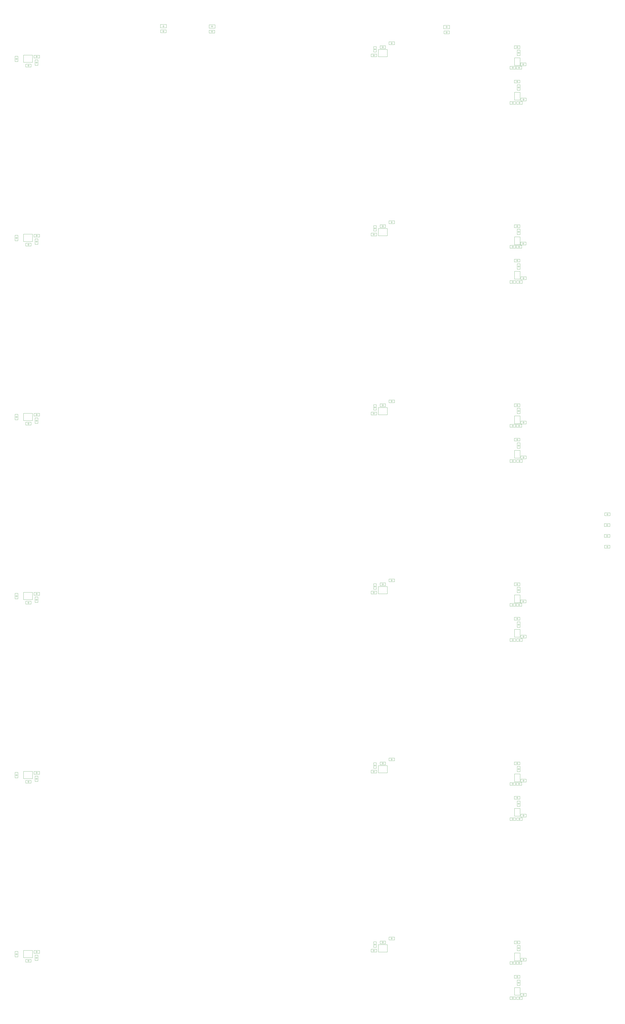
<source format=gbr>
%TF.GenerationSoftware,Altium Limited,Altium Designer,22.9.1 (49)*%
G04 Layer_Color=32768*
%FSLAX45Y45*%
%MOMM*%
%TF.SameCoordinates,19B3199C-24C9-4E42-A554-521A99F5088D*%
%TF.FilePolarity,Positive*%
%TF.FileFunction,Other,Mechanical_15*%
%TF.Part,Single*%
G01*
G75*
%TA.AperFunction,NonConductor*%
%ADD36C,0.10000*%
%ADD37C,0.05000*%
D36*
X23492461Y48193961D02*
Y48326041D01*
X23751540Y48193961D02*
Y48326041D01*
X23492461D02*
X23751540D01*
X23492461Y48193961D02*
X23751540D01*
X23574500Y48260001D02*
X23669501D01*
X23622000Y48212500D02*
Y48307501D01*
X23620799Y48464001D02*
Y48564001D01*
X23570799Y48514001D02*
X23670799D01*
X23480800Y48434000D02*
X23760800D01*
X23480800Y48594000D02*
X23760800D01*
Y48434000D02*
Y48594000D01*
X23480800Y48434000D02*
Y48594000D01*
X27358340Y3045460D02*
Y3177540D01*
X27099261Y3045460D02*
Y3177540D01*
Y3045460D02*
X27358340D01*
X27099261Y3177540D02*
X27358340D01*
X27181299Y3111500D02*
X27276300D01*
X27228799Y3064000D02*
Y3159000D01*
X27358340Y4696460D02*
Y4828540D01*
X27099261Y4696460D02*
Y4828540D01*
Y4696460D02*
X27358340D01*
X27099261Y4828540D02*
X27358340D01*
X27181299Y4762500D02*
X27276300D01*
X27228799Y4715000D02*
Y4810000D01*
X27358340Y11452860D02*
Y11584940D01*
X27099261Y11452860D02*
Y11584940D01*
Y11452860D02*
X27358340D01*
X27099261Y11584940D02*
X27358340D01*
X27181299Y11518900D02*
X27276300D01*
X27228799Y11471400D02*
Y11566400D01*
X27358340Y13091161D02*
Y13223241D01*
X27099261Y13091161D02*
Y13223241D01*
Y13091161D02*
X27358340D01*
X27099261Y13223241D02*
X27358340D01*
X27181299Y13157201D02*
X27276300D01*
X27228799Y13109700D02*
Y13204700D01*
X27345639Y21498560D02*
Y21630640D01*
X27086560Y21498560D02*
Y21630640D01*
Y21498560D02*
X27345639D01*
X27086560Y21630640D02*
X27345639D01*
X27168600Y21564600D02*
X27263599D01*
X27216101Y21517101D02*
Y21612100D01*
X27345639Y38287961D02*
Y38420041D01*
X27086560Y38287961D02*
Y38420041D01*
Y38287961D02*
X27345639D01*
X27086560Y38420041D02*
X27345639D01*
X27168600Y38354001D02*
X27263599D01*
X27216101Y38306500D02*
Y38401501D01*
X27358340Y36662360D02*
Y36794440D01*
X27099261Y36662360D02*
Y36794440D01*
Y36662360D02*
X27358340D01*
X27099261Y36794440D02*
X27358340D01*
X27181299Y36728400D02*
X27276300D01*
X27228799Y36680899D02*
Y36775900D01*
X27358340Y45044360D02*
Y45176440D01*
X27099261Y45044360D02*
Y45176440D01*
Y45044360D02*
X27358340D01*
X27099261Y45176440D02*
X27358340D01*
X27181299Y45110400D02*
X27276300D01*
X27228799Y45062900D02*
Y45157901D01*
X27345639Y46695361D02*
Y46827441D01*
X27086560Y46695361D02*
Y46827441D01*
Y46695361D02*
X27345639D01*
X27086560Y46827441D02*
X27345639D01*
X27168600Y46761401D02*
X27263599D01*
X27216101Y46713901D02*
Y46808899D01*
X27358340Y19847560D02*
Y19979640D01*
X27099261Y19847560D02*
Y19979640D01*
Y19847560D02*
X27358340D01*
X27099261Y19979640D02*
X27358340D01*
X27181299Y19913600D02*
X27276300D01*
X27228799Y19866100D02*
Y19961099D01*
X27358340Y28254959D02*
Y28387039D01*
X27099261Y28254959D02*
Y28387039D01*
Y28254959D02*
X27358340D01*
X27099261Y28387039D02*
X27358340D01*
X27181299Y28320999D02*
X27276300D01*
X27228799Y28273499D02*
Y28368500D01*
X27358340Y29893259D02*
Y30025339D01*
X27099261Y29893259D02*
Y30025339D01*
Y29893259D02*
X27358340D01*
X27099261Y30025339D02*
X27358340D01*
X27181299Y29959299D02*
X27276300D01*
X27228799Y29911801D02*
Y30006799D01*
X10326300Y48502100D02*
Y48602100D01*
X10276300Y48552100D02*
X10376300D01*
X10186300Y48472101D02*
X10466300D01*
X10186300Y48632101D02*
X10466300D01*
Y48472101D02*
Y48632101D01*
X10186300Y48472101D02*
Y48632101D01*
X10325100Y48263300D02*
Y48358301D01*
X10277600Y48310800D02*
X10372600D01*
X10195560Y48244760D02*
X10454640D01*
X10195560Y48376840D02*
X10454640D01*
Y48244760D02*
Y48376840D01*
X10195560Y48244760D02*
Y48376840D01*
X12604600Y48250601D02*
Y48345599D01*
X12557100Y48298099D02*
X12652100D01*
X12475060Y48232059D02*
X12734140D01*
X12475060Y48364139D02*
X12734140D01*
Y48232059D02*
Y48364139D01*
X12475060Y48232059D02*
Y48364139D01*
X12611100Y48489401D02*
Y48589401D01*
X12561100Y48539401D02*
X12661100D01*
X12471100Y48459399D02*
X12751100D01*
X12471100Y48619400D02*
X12751100D01*
Y48459399D02*
Y48619400D01*
X12471100Y48459399D02*
Y48619400D01*
X26930200Y3908700D02*
Y4003700D01*
X26882700Y3956200D02*
X26977701D01*
X26800659Y4022240D02*
X27059741D01*
X26800659Y3890160D02*
X27059741D01*
X26800659D02*
Y4022240D01*
X27059741Y3890160D02*
Y4022240D01*
X26597461Y36486996D02*
Y36619077D01*
X26856540Y36486996D02*
Y36619077D01*
X26597461D02*
X26856540D01*
X26597461Y36486996D02*
X26856540D01*
X26679501Y36553036D02*
X26774500D01*
X26726999Y36505536D02*
Y36600537D01*
X4381500Y47077271D02*
Y47172269D01*
X4334000Y47124771D02*
X4429000D01*
X4251960Y47190811D02*
X4511040D01*
X4251960Y47058731D02*
X4511040D01*
X4251960D02*
Y47190811D01*
X4511040Y47058731D02*
Y47190811D01*
X20205701Y47134271D02*
Y47229269D01*
X20158200Y47181769D02*
X20253200D01*
X20076160Y47115729D02*
X20335240D01*
X20076160Y47247809D02*
X20335240D01*
Y47115729D02*
Y47247809D01*
X20076160Y47115729D02*
Y47247809D01*
X4381500Y38677237D02*
Y38772235D01*
X4334000Y38724734D02*
X4429000D01*
X4251960Y38790775D02*
X4511040D01*
X4251960Y38658698D02*
X4511040D01*
X4251960D02*
Y38790775D01*
X4511040Y38658698D02*
Y38790775D01*
X20205701Y38734235D02*
Y38829236D01*
X20158200Y38781735D02*
X20253200D01*
X20076160Y38715695D02*
X20335240D01*
X20076160Y38847775D02*
X20335240D01*
Y38715695D02*
Y38847775D01*
X20076160Y38715695D02*
Y38847775D01*
X4381500Y30277203D02*
Y30372202D01*
X4334000Y30324701D02*
X4429000D01*
X4251960Y30390741D02*
X4511040D01*
X4251960Y30258661D02*
X4511040D01*
X4251960D02*
Y30390741D01*
X4511040Y30258661D02*
Y30390741D01*
X20205701Y30334201D02*
Y30429202D01*
X20158200Y30381702D02*
X20253200D01*
X20076160Y30315662D02*
X20335240D01*
X20076160Y30447742D02*
X20335240D01*
Y30315662D02*
Y30447742D01*
X20076160Y30315662D02*
Y30447742D01*
X4381500Y21877168D02*
Y21972168D01*
X4334000Y21924667D02*
X4429000D01*
X4251960Y21990707D02*
X4511040D01*
X4251960Y21858627D02*
X4511040D01*
X4251960D02*
Y21990707D01*
X4511040Y21858627D02*
Y21990707D01*
X20205701Y21934167D02*
Y22029169D01*
X20158200Y21981668D02*
X20253200D01*
X20076160Y21915628D02*
X20335240D01*
X20076160Y22047708D02*
X20335240D01*
Y21915628D02*
Y22047708D01*
X20076160Y21915628D02*
Y22047708D01*
X4381500Y13477135D02*
Y13572134D01*
X4334000Y13524634D02*
X4429000D01*
X4251960Y13590674D02*
X4511040D01*
X4251960Y13458594D02*
X4511040D01*
X4251960D02*
Y13590674D01*
X4511040Y13458594D02*
Y13590674D01*
X20205701Y13534134D02*
Y13629134D01*
X20158200Y13581635D02*
X20253200D01*
X20076160Y13515594D02*
X20335240D01*
X20076160Y13647675D02*
X20335240D01*
Y13515594D02*
Y13647675D01*
X20076160Y13515594D02*
Y13647675D01*
X4321300Y4845200D02*
X4416300D01*
X4368800Y4797700D02*
Y4892700D01*
X4434840Y4715660D02*
Y4974740D01*
X4302760Y4715660D02*
Y4974740D01*
X4434840D01*
X4302760Y4715660D02*
X4434840D01*
X3987800Y4658000D02*
Y4753000D01*
X3940300Y4705500D02*
X4035300D01*
X3858260Y4771540D02*
X4117340D01*
X3858260Y4639460D02*
X4117340D01*
X3858260D02*
Y4771540D01*
X4117340Y4639460D02*
Y4771540D01*
X3381500Y5016500D02*
X3476500D01*
X3429000Y4969000D02*
Y5064000D01*
X3362960Y4886960D02*
Y5146040D01*
X3495040Y4886960D02*
Y5146040D01*
X3362960Y4886960D02*
X3495040D01*
X3362960Y5146040D02*
X3495040D01*
X4381500Y5077100D02*
Y5172100D01*
X4334000Y5124600D02*
X4429000D01*
X4251960Y5190640D02*
X4511040D01*
X4251960Y5058560D02*
X4511040D01*
X4251960D02*
Y5190640D01*
X4511040Y5058560D02*
Y5190640D01*
X20205701Y5134100D02*
Y5229100D01*
X20158200Y5181600D02*
X20253200D01*
X20076160Y5115560D02*
X20335240D01*
X20076160Y5247640D02*
X20335240D01*
Y5115560D02*
Y5247640D01*
X20076160Y5115560D02*
Y5247640D01*
X26952701Y5302400D02*
X27047702D01*
X27000201Y5254900D02*
Y5349900D01*
X26934161Y5172860D02*
Y5431940D01*
X27066241Y5172860D02*
Y5431940D01*
X26934161Y5172860D02*
X27066241D01*
X26934161Y5431940D02*
X27066241D01*
X26952701Y3676800D02*
X27047702D01*
X27000201Y3629300D02*
Y3724300D01*
X26934161Y3547260D02*
Y3806340D01*
X27066241Y3547260D02*
Y3806340D01*
X26934161Y3547260D02*
X27066241D01*
X26934161Y3806340D02*
X27066241D01*
X26930200Y5521600D02*
Y5616600D01*
X26882700Y5569100D02*
X26977701D01*
X26800659Y5635140D02*
X27059741D01*
X26800659Y5503060D02*
X27059741D01*
X26800659D02*
Y5635140D01*
X27059741Y5503060D02*
Y5635140D01*
X26726999Y4556400D02*
Y4651400D01*
X26679501Y4603900D02*
X26774500D01*
X26597461Y4537860D02*
X26856540D01*
X26597461Y4669940D02*
X26856540D01*
Y4537860D02*
Y4669940D01*
X26597461Y4537860D02*
Y4669940D01*
X27019400Y4556400D02*
Y4651400D01*
X26971899Y4603900D02*
X27066901D01*
X26889859Y4537860D02*
X27148941D01*
X26889859Y4669940D02*
X27148941D01*
Y4537860D02*
Y4669940D01*
X26889859Y4537860D02*
Y4669940D01*
X26726999Y2905400D02*
Y3000400D01*
X26679501Y2952900D02*
X26774500D01*
X26597461Y2886860D02*
X26856540D01*
X26597461Y3018940D02*
X26856540D01*
Y2886860D02*
Y3018940D01*
X26597461Y2886860D02*
Y3018940D01*
X27038300Y2905400D02*
Y3000400D01*
X26990799Y2952900D02*
X27085800D01*
X26908759Y2886860D02*
X27167841D01*
X26908759Y3018940D02*
X27167841D01*
Y2886860D02*
Y3018940D01*
X26908759Y2886860D02*
Y3018940D01*
X20624802Y5521600D02*
Y5616600D01*
X20577299Y5569100D02*
X20672301D01*
X20495261Y5503060D02*
X20754340D01*
X20495261Y5635140D02*
X20754340D01*
Y5503060D02*
Y5635140D01*
X20495261Y5503060D02*
Y5635140D01*
X20209000Y5467500D02*
X20304001D01*
X20256500Y5420000D02*
Y5515000D01*
X20190460Y5337960D02*
Y5597040D01*
X20322540Y5337960D02*
Y5597040D01*
X20190460Y5337960D02*
X20322540D01*
X20190460Y5597040D02*
X20322540D01*
X21043900Y5705600D02*
Y5800600D01*
X20996400Y5753100D02*
X21091400D01*
X20914360Y5819140D02*
X21173441D01*
X20914360Y5687060D02*
X21173441D01*
X20914360D02*
Y5819140D01*
X21173441Y5687060D02*
Y5819140D01*
X3381500Y47016669D02*
X3476500D01*
X3429000Y46969171D02*
Y47064169D01*
X3362960Y46887131D02*
Y47146210D01*
X3495040Y46887131D02*
Y47146210D01*
X3362960Y46887131D02*
X3495040D01*
X3362960Y47146210D02*
X3495040D01*
X4321300Y46845370D02*
X4416300D01*
X4368800Y46797870D02*
Y46892871D01*
X4434840Y46715829D02*
Y46974911D01*
X4302760Y46715829D02*
Y46974911D01*
X4434840D01*
X4302760Y46715829D02*
X4434840D01*
X21043900Y47705771D02*
Y47800769D01*
X20996400Y47753271D02*
X21091400D01*
X20914360Y47819312D02*
X21173441D01*
X20914360Y47687231D02*
X21173441D01*
X20914360D02*
Y47819312D01*
X21173441Y47687231D02*
Y47819312D01*
X20209000Y47467670D02*
X20304001D01*
X20256500Y47420169D02*
Y47515170D01*
X20190460Y47338129D02*
Y47597211D01*
X20322540Y47338129D02*
Y47597211D01*
X20190460Y47338129D02*
X20322540D01*
X20190460Y47597211D02*
X20322540D01*
X3987800Y46658170D02*
Y46753171D01*
X3940300Y46705670D02*
X4035300D01*
X3858260Y46771710D02*
X4117340D01*
X3858260Y46639630D02*
X4117340D01*
X3858260D02*
Y46771710D01*
X4117340Y46639630D02*
Y46771710D01*
X20624802Y47521771D02*
Y47616769D01*
X20577299Y47569269D02*
X20672301D01*
X20495261Y47503229D02*
X20754340D01*
X20495261Y47635309D02*
X20754340D01*
Y47503229D02*
Y47635309D01*
X20495261Y47503229D02*
Y47635309D01*
X27038300Y44905569D02*
Y45000571D01*
X26990799Y44953070D02*
X27085800D01*
X26908759Y44887030D02*
X27167841D01*
X26908759Y45019110D02*
X27167841D01*
Y44887030D02*
Y45019110D01*
X26908759Y44887030D02*
Y45019110D01*
X26726999Y44905569D02*
Y45000571D01*
X26679501Y44953070D02*
X26774500D01*
X26597461Y44887030D02*
X26856540D01*
X26597461Y45019110D02*
X26856540D01*
Y44887030D02*
Y45019110D01*
X26597461Y44887030D02*
Y45019110D01*
X27019400Y46556570D02*
Y46651569D01*
X26971899Y46604071D02*
X27066901D01*
X26889859Y46538031D02*
X27148941D01*
X26889859Y46670111D02*
X27148941D01*
Y46538031D02*
Y46670111D01*
X26889859Y46538031D02*
Y46670111D01*
X26726999Y46556570D02*
Y46651569D01*
X26679501Y46604071D02*
X26774500D01*
X26597461Y46538031D02*
X26856540D01*
X26597461Y46670111D02*
X26856540D01*
Y46538031D02*
Y46670111D01*
X26597461Y46538031D02*
Y46670111D01*
X26930200Y45908871D02*
Y46003870D01*
X26882700Y45956369D02*
X26977701D01*
X26800659Y46022409D02*
X27059741D01*
X26800659Y45890329D02*
X27059741D01*
X26800659D02*
Y46022409D01*
X27059741Y45890329D02*
Y46022409D01*
X26930200Y47521771D02*
Y47616769D01*
X26882700Y47569269D02*
X26977701D01*
X26800659Y47635309D02*
X27059741D01*
X26800659Y47503229D02*
X27059741D01*
X26800659D02*
Y47635309D01*
X27059741Y47503229D02*
Y47635309D01*
X26952701Y45676971D02*
X27047702D01*
X27000201Y45629471D02*
Y45724469D01*
X26934161Y45547430D02*
Y45806509D01*
X27066241Y45547430D02*
Y45806509D01*
X26934161Y45547430D02*
X27066241D01*
X26934161Y45806509D02*
X27066241D01*
X26952701Y47302570D02*
X27047702D01*
X27000201Y47255069D02*
Y47350070D01*
X26934161Y47173029D02*
Y47432111D01*
X27066241Y47173029D02*
Y47432111D01*
X26934161Y47173029D02*
X27066241D01*
X26934161Y47432111D02*
X27066241D01*
X3381500Y21816568D02*
X3476500D01*
X3429000Y21769067D02*
Y21864069D01*
X3362960Y21687029D02*
Y21946107D01*
X3495040Y21687029D02*
Y21946107D01*
X3362960Y21687029D02*
X3495040D01*
X3362960Y21946107D02*
X3495040D01*
X4321300Y21645268D02*
X4416300D01*
X4368800Y21597768D02*
Y21692767D01*
X4434840Y21515729D02*
Y21774808D01*
X4302760Y21515729D02*
Y21774808D01*
X4434840D01*
X4302760Y21515729D02*
X4434840D01*
X21043900Y22505669D02*
Y22600668D01*
X20996400Y22553168D02*
X21091400D01*
X20914360Y22619208D02*
X21173441D01*
X20914360Y22487128D02*
X21173441D01*
X20914360D02*
Y22619208D01*
X21173441Y22487128D02*
Y22619208D01*
X20209000Y22267567D02*
X20304001D01*
X20256500Y22220068D02*
Y22315068D01*
X20190460Y22138028D02*
Y22397108D01*
X20322540Y22138028D02*
Y22397108D01*
X20190460Y22138028D02*
X20322540D01*
X20190460Y22397108D02*
X20322540D01*
X3987800Y21458067D02*
Y21553069D01*
X3940300Y21505568D02*
X4035300D01*
X3858260Y21571608D02*
X4117340D01*
X3858260Y21439528D02*
X4117340D01*
X3858260D02*
Y21571608D01*
X4117340Y21439528D02*
Y21571608D01*
X20624802Y22321667D02*
Y22416669D01*
X20577299Y22369168D02*
X20672301D01*
X20495261Y22303128D02*
X20754340D01*
X20495261Y22435208D02*
X20754340D01*
Y22303128D02*
Y22435208D01*
X20495261Y22303128D02*
Y22435208D01*
X27038300Y19705469D02*
Y19800468D01*
X26990799Y19752968D02*
X27085800D01*
X26908759Y19686928D02*
X27167841D01*
X26908759Y19819008D02*
X27167841D01*
Y19686928D02*
Y19819008D01*
X26908759Y19686928D02*
Y19819008D01*
X26726999Y19705469D02*
Y19800468D01*
X26679501Y19752968D02*
X26774500D01*
X26597461Y19686928D02*
X26856540D01*
X26597461Y19819008D02*
X26856540D01*
Y19686928D02*
Y19819008D01*
X26597461Y19686928D02*
Y19819008D01*
X27019400Y21356468D02*
Y21451468D01*
X26971899Y21403967D02*
X27066901D01*
X26889859Y21337927D02*
X27148941D01*
X26889859Y21470007D02*
X27148941D01*
Y21337927D02*
Y21470007D01*
X26889859Y21337927D02*
Y21470007D01*
X26726999Y21356468D02*
Y21451468D01*
X26679501Y21403967D02*
X26774500D01*
X26597461Y21337927D02*
X26856540D01*
X26597461Y21470007D02*
X26856540D01*
Y21337927D02*
Y21470007D01*
X26597461Y21337927D02*
Y21470007D01*
X26930200Y20708768D02*
Y20803767D01*
X26882700Y20756268D02*
X26977701D01*
X26800659Y20822308D02*
X27059741D01*
X26800659Y20690228D02*
X27059741D01*
X26800659D02*
Y20822308D01*
X27059741Y20690228D02*
Y20822308D01*
X26930200Y22321667D02*
Y22416669D01*
X26882700Y22369168D02*
X26977701D01*
X26800659Y22435208D02*
X27059741D01*
X26800659Y22303128D02*
X27059741D01*
X26800659D02*
Y22435208D01*
X27059741Y22303128D02*
Y22435208D01*
X26952701Y20476868D02*
X27047702D01*
X27000201Y20429369D02*
Y20524368D01*
X26934161Y20347328D02*
Y20606409D01*
X27066241Y20347328D02*
Y20606409D01*
X26934161Y20347328D02*
X27066241D01*
X26934161Y20606409D02*
X27066241D01*
X26952701Y22102467D02*
X27047702D01*
X27000201Y22054968D02*
Y22149968D01*
X26934161Y21972928D02*
Y22232008D01*
X27066241Y21972928D02*
Y22232008D01*
X26934161Y21972928D02*
X27066241D01*
X26934161Y22232008D02*
X27066241D01*
X3381500Y38616635D02*
X3476500D01*
X3429000Y38569135D02*
Y38664136D01*
X3362960Y38487097D02*
Y38746176D01*
X3495040Y38487097D02*
Y38746176D01*
X3362960Y38487097D02*
X3495040D01*
X3362960Y38746176D02*
X3495040D01*
X4321300Y38445337D02*
X4416300D01*
X4368800Y38397836D02*
Y38492838D01*
X4434840Y38315796D02*
Y38574875D01*
X4302760Y38315796D02*
Y38574875D01*
X4434840D01*
X4302760Y38315796D02*
X4434840D01*
X21043900Y39305737D02*
Y39400735D01*
X20996400Y39353235D02*
X21091400D01*
X20914360Y39419275D02*
X21173441D01*
X20914360Y39287195D02*
X21173441D01*
X20914360D02*
Y39419275D01*
X21173441Y39287195D02*
Y39419275D01*
X20209000Y39067636D02*
X20304001D01*
X20256500Y39020135D02*
Y39115137D01*
X20190460Y38938095D02*
Y39197177D01*
X20322540Y38938095D02*
Y39197177D01*
X20190460Y38938095D02*
X20322540D01*
X20190460Y39197177D02*
X20322540D01*
X3987800Y38258136D02*
Y38353137D01*
X3940300Y38305637D02*
X4035300D01*
X3858260Y38371677D02*
X4117340D01*
X3858260Y38239597D02*
X4117340D01*
X3858260D02*
Y38371677D01*
X4117340Y38239597D02*
Y38371677D01*
X20624802Y39121735D02*
Y39216736D01*
X20577299Y39169235D02*
X20672301D01*
X20495261Y39103195D02*
X20754340D01*
X20495261Y39235275D02*
X20754340D01*
Y39103195D02*
Y39235275D01*
X20495261Y39103195D02*
Y39235275D01*
X27038300Y36505536D02*
Y36600537D01*
X26990799Y36553036D02*
X27085800D01*
X26908759Y36486996D02*
X27167841D01*
X26908759Y36619077D02*
X27167841D01*
Y36486996D02*
Y36619077D01*
X26908759Y36486996D02*
Y36619077D01*
X27019400Y38156537D02*
Y38251535D01*
X26971899Y38204037D02*
X27066901D01*
X26889859Y38137997D02*
X27148941D01*
X26889859Y38270078D02*
X27148941D01*
Y38137997D02*
Y38270078D01*
X26889859Y38137997D02*
Y38270078D01*
X26726999Y38156537D02*
Y38251535D01*
X26679501Y38204037D02*
X26774500D01*
X26597461Y38137997D02*
X26856540D01*
X26597461Y38270078D02*
X26856540D01*
Y38137997D02*
Y38270078D01*
X26597461Y38137997D02*
Y38270078D01*
X26930200Y37508835D02*
Y37603836D01*
X26882700Y37556335D02*
X26977701D01*
X26800659Y37622375D02*
X27059741D01*
X26800659Y37490295D02*
X27059741D01*
X26800659D02*
Y37622375D01*
X27059741Y37490295D02*
Y37622375D01*
X26930200Y39121735D02*
Y39216736D01*
X26882700Y39169235D02*
X26977701D01*
X26800659Y39235275D02*
X27059741D01*
X26800659Y39103195D02*
X27059741D01*
X26800659D02*
Y39235275D01*
X27059741Y39103195D02*
Y39235275D01*
X26952701Y37276935D02*
X27047702D01*
X27000201Y37229437D02*
Y37324435D01*
X26934161Y37147397D02*
Y37406476D01*
X27066241Y37147397D02*
Y37406476D01*
X26934161Y37147397D02*
X27066241D01*
X26934161Y37406476D02*
X27066241D01*
X26952701Y38902536D02*
X27047702D01*
X27000201Y38855035D02*
Y38950037D01*
X26934161Y38772995D02*
Y39032077D01*
X27066241Y38772995D02*
Y39032077D01*
X26934161Y38772995D02*
X27066241D01*
X26934161Y39032077D02*
X27066241D01*
X26934161Y30632043D02*
X27066241D01*
X26934161Y30372961D02*
X27066241D01*
Y30632043D01*
X26934161Y30372961D02*
Y30632043D01*
X27000201Y30455002D02*
Y30550003D01*
X26952701Y30502502D02*
X27047702D01*
X26934161Y29006442D02*
X27066241D01*
X26934161Y28747363D02*
X27066241D01*
Y29006442D01*
X26934161Y28747363D02*
Y29006442D01*
X27000201Y28829401D02*
Y28924402D01*
X26952701Y28876901D02*
X27047702D01*
X27059741Y30703162D02*
Y30835242D01*
X26800659Y30703162D02*
Y30835242D01*
Y30703162D02*
X27059741D01*
X26800659Y30835242D02*
X27059741D01*
X26882700Y30769202D02*
X26977701D01*
X26930200Y30721701D02*
Y30816702D01*
X27059741Y29090262D02*
Y29222342D01*
X26800659Y29090262D02*
Y29222342D01*
Y29090262D02*
X27059741D01*
X26800659Y29222342D02*
X27059741D01*
X26882700Y29156302D02*
X26977701D01*
X26930200Y29108801D02*
Y29203802D01*
X26597461Y29737961D02*
Y29870041D01*
X26856540Y29737961D02*
Y29870041D01*
X26597461D02*
X26856540D01*
X26597461Y29737961D02*
X26856540D01*
X26679501Y29804001D02*
X26774500D01*
X26726999Y29756503D02*
Y29851501D01*
X26889859Y29737961D02*
Y29870041D01*
X27148941Y29737961D02*
Y29870041D01*
X26889859D02*
X27148941D01*
X26889859Y29737961D02*
X27148941D01*
X26971899Y29804001D02*
X27066901D01*
X27019400Y29756503D02*
Y29851501D01*
X26597461Y28086963D02*
Y28219043D01*
X26856540Y28086963D02*
Y28219043D01*
X26597461D02*
X26856540D01*
X26597461Y28086963D02*
X26856540D01*
X26679501Y28153003D02*
X26774500D01*
X26726999Y28105502D02*
Y28200500D01*
X26908759Y28086963D02*
Y28219043D01*
X27167841Y28086963D02*
Y28219043D01*
X26908759D02*
X27167841D01*
X26908759Y28086963D02*
X27167841D01*
X26990799Y28153003D02*
X27085800D01*
X27038300Y28105502D02*
Y28200500D01*
X20495261Y30703162D02*
Y30835242D01*
X20754340Y30703162D02*
Y30835242D01*
X20495261D02*
X20754340D01*
X20495261Y30703162D02*
X20754340D01*
X20577299Y30769202D02*
X20672301D01*
X20624802Y30721701D02*
Y30816702D01*
X4117340Y29839563D02*
Y29971643D01*
X3858260Y29839563D02*
Y29971643D01*
Y29839563D02*
X4117340D01*
X3858260Y29971643D02*
X4117340D01*
X3940300Y29905603D02*
X4035300D01*
X3987800Y29858102D02*
Y29953101D01*
X20190460Y30797141D02*
X20322540D01*
X20190460Y30538062D02*
X20322540D01*
Y30797141D01*
X20190460Y30538062D02*
Y30797141D01*
X20256500Y30620102D02*
Y30715103D01*
X20209000Y30667603D02*
X20304001D01*
X21173441Y30887161D02*
Y31019241D01*
X20914360Y30887161D02*
Y31019241D01*
Y30887161D02*
X21173441D01*
X20914360Y31019241D02*
X21173441D01*
X20996400Y30953201D02*
X21091400D01*
X21043900Y30905701D02*
Y31000702D01*
X4302760Y29915762D02*
X4434840D01*
X4302760Y30174841D02*
X4434840D01*
X4302760Y29915762D02*
Y30174841D01*
X4434840Y29915762D02*
Y30174841D01*
X4368800Y29997803D02*
Y30092801D01*
X4321300Y30045303D02*
X4416300D01*
X3362960Y30346143D02*
X3495040D01*
X3362960Y30087061D02*
X3495040D01*
Y30346143D01*
X3362960Y30087061D02*
Y30346143D01*
X3429000Y30169101D02*
Y30264102D01*
X3381500Y30216602D02*
X3476500D01*
X27059741Y12290194D02*
Y12422274D01*
X26800659Y12290194D02*
Y12422274D01*
Y12290194D02*
X27059741D01*
X26800659Y12422274D02*
X27059741D01*
X26882700Y12356234D02*
X26977701D01*
X26930200Y12308734D02*
Y12403734D01*
X27059741Y13903094D02*
Y14035175D01*
X26800659Y13903094D02*
Y14035175D01*
Y13903094D02*
X27059741D01*
X26800659Y14035175D02*
X27059741D01*
X26882700Y13969135D02*
X26977701D01*
X26930200Y13921634D02*
Y14016634D01*
X20495261Y13903094D02*
Y14035175D01*
X20754340Y13903094D02*
Y14035175D01*
X20495261D02*
X20754340D01*
X20495261Y13903094D02*
X20754340D01*
X20577299Y13969135D02*
X20672301D01*
X20624802Y13921634D02*
Y14016634D01*
X20190460Y13997073D02*
X20322540D01*
X20190460Y13737994D02*
X20322540D01*
Y13997073D01*
X20190460Y13737994D02*
Y13997073D01*
X20256500Y13820033D02*
Y13915034D01*
X20209000Y13867534D02*
X20304001D01*
X21173441Y14087094D02*
Y14219174D01*
X20914360Y14087094D02*
Y14219174D01*
Y14087094D02*
X21173441D01*
X20914360Y14219174D02*
X21173441D01*
X20996400Y14153134D02*
X21091400D01*
X21043900Y14105634D02*
Y14200633D01*
X26597461Y12937894D02*
Y13069974D01*
X26856540Y12937894D02*
Y13069974D01*
X26597461D02*
X26856540D01*
X26597461Y12937894D02*
X26856540D01*
X26679501Y13003934D02*
X26774500D01*
X26726999Y12956435D02*
Y13051434D01*
X26889859Y12937894D02*
Y13069974D01*
X27148941Y12937894D02*
Y13069974D01*
X26889859D02*
X27148941D01*
X26889859Y12937894D02*
X27148941D01*
X26971899Y13003934D02*
X27066901D01*
X27019400Y12956435D02*
Y13051434D01*
X26934161Y13831973D02*
X27066241D01*
X26934161Y13572894D02*
X27066241D01*
Y13831973D01*
X26934161Y13572894D02*
Y13831973D01*
X27000201Y13654935D02*
Y13749934D01*
X26952701Y13702434D02*
X27047702D01*
X26934161Y12206374D02*
X27066241D01*
X26934161Y11947294D02*
X27066241D01*
Y12206374D01*
X26934161Y11947294D02*
Y12206374D01*
X27000201Y12029334D02*
Y12124334D01*
X26952701Y12076834D02*
X27047702D01*
X26908759Y11286894D02*
Y11418974D01*
X27167841Y11286894D02*
Y11418974D01*
X26908759D02*
X27167841D01*
X26908759Y11286894D02*
X27167841D01*
X26990799Y11352934D02*
X27085800D01*
X27038300Y11305434D02*
Y11400434D01*
X26597461Y11286894D02*
Y11418974D01*
X26856540Y11286894D02*
Y11418974D01*
X26597461D02*
X26856540D01*
X26597461Y11286894D02*
X26856540D01*
X26679501Y11352934D02*
X26774500D01*
X26726999Y11305434D02*
Y11400434D01*
X4117340Y13039494D02*
Y13171574D01*
X3858260Y13039494D02*
Y13171574D01*
Y13039494D02*
X4117340D01*
X3858260Y13171574D02*
X4117340D01*
X3940300Y13105534D02*
X4035300D01*
X3987800Y13058034D02*
Y13153033D01*
X3362960Y13546074D02*
X3495040D01*
X3362960Y13286993D02*
X3495040D01*
Y13546074D01*
X3362960Y13286993D02*
Y13546074D01*
X3429000Y13369034D02*
Y13464034D01*
X3381500Y13416534D02*
X3476500D01*
X4302760Y13115694D02*
X4434840D01*
X4302760Y13374774D02*
X4434840D01*
X4302760Y13115694D02*
Y13374774D01*
X4434840Y13115694D02*
Y13374774D01*
X4368800Y13197734D02*
Y13292734D01*
X4321300Y13245235D02*
X4416300D01*
X31036261Y25587959D02*
Y25720041D01*
X31295340Y25587959D02*
Y25720041D01*
X31036261D02*
X31295340D01*
X31036261Y25587959D02*
X31295340D01*
X31118301Y25654001D02*
X31213300D01*
X31165799Y25606500D02*
Y25701501D01*
X31023560Y25079961D02*
Y25212041D01*
X31282639Y25079961D02*
Y25212041D01*
X31023560D02*
X31282639D01*
X31023560Y25079961D02*
X31282639D01*
X31105600Y25146001D02*
X31200601D01*
X31153101Y25098500D02*
Y25193500D01*
X31023560Y24571960D02*
Y24704041D01*
X31282639Y24571960D02*
Y24704041D01*
X31023560D02*
X31282639D01*
X31023560Y24571960D02*
X31282639D01*
X31105600Y24638000D02*
X31200601D01*
X31153101Y24590500D02*
Y24685500D01*
X31030060Y24063960D02*
Y24196040D01*
X31289139Y24063960D02*
Y24196040D01*
X31030060D02*
X31289139D01*
X31030060Y24063960D02*
X31289139D01*
X31112100Y24130000D02*
X31207101D01*
X31159601Y24082500D02*
Y24177499D01*
D37*
X3764100Y4853000D02*
X4186100D01*
X3764100D02*
Y5193000D01*
X4186100D01*
Y4853000D02*
Y5193000D01*
X26802200Y5071400D02*
X27068201D01*
Y4709400D02*
Y5071400D01*
X26802200Y4709400D02*
X27068201D01*
X26802200D02*
Y5071400D01*
X26803699Y3451400D02*
X27069699D01*
Y3089400D02*
Y3451400D01*
X26803699Y3089400D02*
X27069699D01*
X26803699D02*
Y3451400D01*
X20412300Y5459700D02*
X20834300D01*
Y5119700D02*
Y5459700D01*
X20412300Y5119700D02*
X20834300D01*
X20412300D02*
Y5459700D01*
X3764100Y46853171D02*
X4186100D01*
X3764100D02*
Y47193170D01*
X4186100D01*
Y46853171D02*
Y47193170D01*
X20412300Y47459869D02*
X20834300D01*
Y47119870D02*
Y47459869D01*
X20412300Y47119870D02*
X20834300D01*
X20412300D02*
Y47459869D01*
X26803699Y45451569D02*
X27069699D01*
Y45089569D02*
Y45451569D01*
X26803699Y45089569D02*
X27069699D01*
X26803699D02*
Y45451569D01*
X26802200Y47071570D02*
X27068201D01*
Y46709570D02*
Y47071570D01*
X26802200Y46709570D02*
X27068201D01*
X26802200D02*
Y47071570D01*
X3764100Y21653069D02*
X4186100D01*
X3764100D02*
Y21993068D01*
X4186100D01*
Y21653069D02*
Y21993068D01*
X20412300Y22259769D02*
X20834300D01*
Y21919768D02*
Y22259769D01*
X20412300Y21919768D02*
X20834300D01*
X20412300D02*
Y22259769D01*
X26803699Y20251468D02*
X27069699D01*
Y19889468D02*
Y20251468D01*
X26803699Y19889468D02*
X27069699D01*
X26803699D02*
Y20251468D01*
X26802200Y21871468D02*
X27068201D01*
Y21509468D02*
Y21871468D01*
X26802200Y21509468D02*
X27068201D01*
X26802200D02*
Y21871468D01*
X3764100Y38453137D02*
X4186100D01*
X3764100D02*
Y38793137D01*
X4186100D01*
Y38453137D02*
Y38793137D01*
X20412300Y39059836D02*
X20834300D01*
Y38719836D02*
Y39059836D01*
X20412300Y38719836D02*
X20834300D01*
X20412300D02*
Y39059836D01*
X26803699Y37051535D02*
X27069699D01*
Y36689536D02*
Y37051535D01*
X26803699Y36689536D02*
X27069699D01*
X26803699D02*
Y37051535D01*
X26802200Y38671536D02*
X27068201D01*
Y38309537D02*
Y38671536D01*
X26802200Y38309537D02*
X27068201D01*
X26802200D02*
Y38671536D01*
Y29909503D02*
Y30271503D01*
Y29909503D02*
X27068201D01*
Y30271503D01*
X26802200D02*
X27068201D01*
X26803699Y28289502D02*
Y28651501D01*
Y28289502D02*
X27069699D01*
Y28651501D01*
X26803699D02*
X27069699D01*
X20412300Y30319803D02*
Y30659802D01*
Y30319803D02*
X20834300D01*
Y30659802D01*
X20412300D02*
X20834300D01*
X4186100Y30053101D02*
Y30393103D01*
X3764100D02*
X4186100D01*
X3764100Y30053101D02*
Y30393103D01*
Y30053101D02*
X4186100D01*
X26803699Y11489434D02*
Y11851434D01*
Y11489434D02*
X27069699D01*
Y11851434D01*
X26803699D02*
X27069699D01*
X26802200Y13109435D02*
Y13471434D01*
Y13109435D02*
X27068201D01*
Y13471434D01*
X26802200D02*
X27068201D01*
X20412300Y13519734D02*
Y13859734D01*
Y13519734D02*
X20834300D01*
Y13859734D01*
X20412300D02*
X20834300D01*
X4186100Y13253033D02*
Y13593034D01*
X3764100D02*
X4186100D01*
X3764100Y13253033D02*
Y13593034D01*
Y13253033D02*
X4186100D01*
%TF.MD5,f1540f941689562f3b94275b9df4206f*%
M02*

</source>
